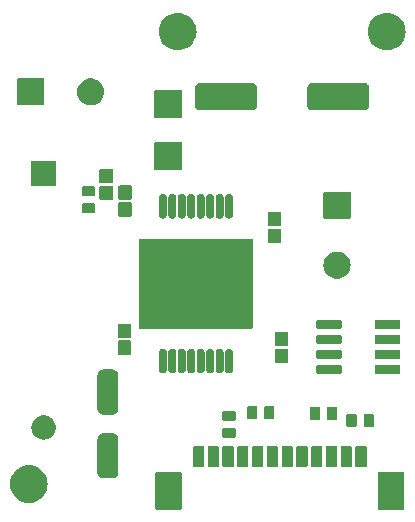
<source format=gts>
G04 #@! TF.GenerationSoftware,KiCad,Pcbnew,7.0.10*
G04 #@! TF.CreationDate,2024-11-08T17:23:18-05:00*
G04 #@! TF.ProjectId,Novel Mechanism 2 Board,4e6f7665-6c20-44d6-9563-68616e69736d,rev?*
G04 #@! TF.SameCoordinates,Original*
G04 #@! TF.FileFunction,Soldermask,Top*
G04 #@! TF.FilePolarity,Negative*
%FSLAX46Y46*%
G04 Gerber Fmt 4.6, Leading zero omitted, Abs format (unit mm)*
G04 Created by KiCad (PCBNEW 7.0.10) date 2024-11-08 17:23:18*
%MOMM*%
%LPD*%
G01*
G04 APERTURE LIST*
G04 APERTURE END LIST*
G36*
X135954160Y-85979600D02*
G01*
X135978882Y-85996118D01*
X135995400Y-86020840D01*
X136001200Y-86050000D01*
X136001200Y-89050000D01*
X135995400Y-89079160D01*
X135978882Y-89103882D01*
X135954160Y-89120400D01*
X135925000Y-89126200D01*
X133825000Y-89126200D01*
X133795840Y-89120400D01*
X133771118Y-89103882D01*
X133754600Y-89079160D01*
X133748800Y-89050000D01*
X133748800Y-86050000D01*
X133754600Y-86020840D01*
X133771118Y-85996118D01*
X133795840Y-85979600D01*
X133825000Y-85973800D01*
X135925000Y-85973800D01*
X135954160Y-85979600D01*
G37*
G36*
X154804160Y-85979600D02*
G01*
X154828882Y-85996118D01*
X154845400Y-86020840D01*
X154851200Y-86050000D01*
X154851200Y-89050000D01*
X154845400Y-89079160D01*
X154828882Y-89103882D01*
X154804160Y-89120400D01*
X154775000Y-89126200D01*
X152675000Y-89126200D01*
X152645840Y-89120400D01*
X152621118Y-89103882D01*
X152604600Y-89079160D01*
X152598800Y-89050000D01*
X152598800Y-86050000D01*
X152604600Y-86020840D01*
X152621118Y-85996118D01*
X152645840Y-85979600D01*
X152675000Y-85973800D01*
X154775000Y-85973800D01*
X154804160Y-85979600D01*
G37*
G36*
X123300295Y-85369699D02*
G01*
X123544427Y-85428310D01*
X123776385Y-85524390D01*
X123990456Y-85655573D01*
X124181371Y-85818629D01*
X124344427Y-86009544D01*
X124475610Y-86223615D01*
X124571690Y-86455573D01*
X124630301Y-86699705D01*
X124650000Y-86950000D01*
X124630301Y-87200295D01*
X124571690Y-87444427D01*
X124475610Y-87676385D01*
X124344427Y-87890456D01*
X124181371Y-88081371D01*
X123990456Y-88244427D01*
X123776385Y-88375610D01*
X123544427Y-88471690D01*
X123300295Y-88530301D01*
X123050000Y-88550000D01*
X122799705Y-88530301D01*
X122555573Y-88471690D01*
X122323615Y-88375610D01*
X122109544Y-88244427D01*
X121918629Y-88081371D01*
X121755573Y-87890456D01*
X121624390Y-87676385D01*
X121528310Y-87444427D01*
X121469699Y-87200295D01*
X121450000Y-86950000D01*
X121469699Y-86699705D01*
X121528310Y-86455573D01*
X121624390Y-86223615D01*
X121755573Y-86009544D01*
X121918629Y-85818629D01*
X122109544Y-85655573D01*
X122323615Y-85524390D01*
X122555573Y-85428310D01*
X122799705Y-85369699D01*
X123050000Y-85350000D01*
X123300295Y-85369699D01*
G37*
G36*
X130250645Y-82676858D02*
G01*
X130257318Y-82679347D01*
X130262156Y-82679928D01*
X130319410Y-82702506D01*
X130383187Y-82726294D01*
X130387034Y-82729173D01*
X130388353Y-82729694D01*
X130436365Y-82766102D01*
X130496432Y-82811068D01*
X130541416Y-82871159D01*
X130577805Y-82919146D01*
X130578324Y-82920464D01*
X130581206Y-82924313D01*
X130605007Y-82988127D01*
X130627571Y-83045344D01*
X130628151Y-83050177D01*
X130630642Y-83056855D01*
X130642000Y-83162500D01*
X130642000Y-85992500D01*
X130630642Y-86098145D01*
X130628151Y-86104822D01*
X130627571Y-86109656D01*
X130605011Y-86166863D01*
X130581206Y-86230687D01*
X130578324Y-86234536D01*
X130577805Y-86235853D01*
X130541474Y-86283762D01*
X130496432Y-86343932D01*
X130436262Y-86388974D01*
X130388353Y-86425305D01*
X130387036Y-86425823D01*
X130383187Y-86428706D01*
X130319353Y-86452514D01*
X130262155Y-86475071D01*
X130257322Y-86475651D01*
X130250645Y-86478142D01*
X130145000Y-86489500D01*
X129355000Y-86489500D01*
X129249355Y-86478142D01*
X129242678Y-86475651D01*
X129237843Y-86475071D01*
X129180617Y-86452504D01*
X129116813Y-86428706D01*
X129112964Y-86425824D01*
X129111646Y-86425305D01*
X129063659Y-86388916D01*
X129003568Y-86343932D01*
X128958602Y-86283865D01*
X128922194Y-86235853D01*
X128921673Y-86234534D01*
X128918794Y-86230687D01*
X128895002Y-86166900D01*
X128872428Y-86109655D01*
X128871847Y-86104818D01*
X128869358Y-86098145D01*
X128858000Y-85992500D01*
X128858000Y-83162500D01*
X128869358Y-83056855D01*
X128871846Y-83050182D01*
X128872428Y-83045343D01*
X128895013Y-82988071D01*
X128918794Y-82924313D01*
X128921673Y-82920467D01*
X128922194Y-82919146D01*
X128958660Y-82871057D01*
X129003568Y-82811068D01*
X129063557Y-82766160D01*
X129111646Y-82729694D01*
X129112967Y-82729173D01*
X129116813Y-82726294D01*
X129180581Y-82702509D01*
X129237844Y-82679928D01*
X129242681Y-82679347D01*
X129249355Y-82676858D01*
X129355000Y-82665500D01*
X130145000Y-82665500D01*
X130250645Y-82676858D01*
G37*
G36*
X137854160Y-83779600D02*
G01*
X137878882Y-83796118D01*
X137895400Y-83820840D01*
X137901200Y-83850000D01*
X137901200Y-85450000D01*
X137895400Y-85479160D01*
X137878882Y-85503882D01*
X137854160Y-85520400D01*
X137825000Y-85526200D01*
X137025000Y-85526200D01*
X136995840Y-85520400D01*
X136971118Y-85503882D01*
X136954600Y-85479160D01*
X136948800Y-85450000D01*
X136948800Y-83850000D01*
X136954600Y-83820840D01*
X136971118Y-83796118D01*
X136995840Y-83779600D01*
X137025000Y-83773800D01*
X137825000Y-83773800D01*
X137854160Y-83779600D01*
G37*
G36*
X139104160Y-83779600D02*
G01*
X139128882Y-83796118D01*
X139145400Y-83820840D01*
X139151200Y-83850000D01*
X139151200Y-85450000D01*
X139145400Y-85479160D01*
X139128882Y-85503882D01*
X139104160Y-85520400D01*
X139075000Y-85526200D01*
X138275000Y-85526200D01*
X138245840Y-85520400D01*
X138221118Y-85503882D01*
X138204600Y-85479160D01*
X138198800Y-85450000D01*
X138198800Y-83850000D01*
X138204600Y-83820840D01*
X138221118Y-83796118D01*
X138245840Y-83779600D01*
X138275000Y-83773800D01*
X139075000Y-83773800D01*
X139104160Y-83779600D01*
G37*
G36*
X140354160Y-83779600D02*
G01*
X140378882Y-83796118D01*
X140395400Y-83820840D01*
X140401200Y-83850000D01*
X140401200Y-85450000D01*
X140395400Y-85479160D01*
X140378882Y-85503882D01*
X140354160Y-85520400D01*
X140325000Y-85526200D01*
X139525000Y-85526200D01*
X139495840Y-85520400D01*
X139471118Y-85503882D01*
X139454600Y-85479160D01*
X139448800Y-85450000D01*
X139448800Y-83850000D01*
X139454600Y-83820840D01*
X139471118Y-83796118D01*
X139495840Y-83779600D01*
X139525000Y-83773800D01*
X140325000Y-83773800D01*
X140354160Y-83779600D01*
G37*
G36*
X141604160Y-83779600D02*
G01*
X141628882Y-83796118D01*
X141645400Y-83820840D01*
X141651200Y-83850000D01*
X141651200Y-85450000D01*
X141645400Y-85479160D01*
X141628882Y-85503882D01*
X141604160Y-85520400D01*
X141575000Y-85526200D01*
X140775000Y-85526200D01*
X140745840Y-85520400D01*
X140721118Y-85503882D01*
X140704600Y-85479160D01*
X140698800Y-85450000D01*
X140698800Y-83850000D01*
X140704600Y-83820840D01*
X140721118Y-83796118D01*
X140745840Y-83779600D01*
X140775000Y-83773800D01*
X141575000Y-83773800D01*
X141604160Y-83779600D01*
G37*
G36*
X142854160Y-83779600D02*
G01*
X142878882Y-83796118D01*
X142895400Y-83820840D01*
X142901200Y-83850000D01*
X142901200Y-85450000D01*
X142895400Y-85479160D01*
X142878882Y-85503882D01*
X142854160Y-85520400D01*
X142825000Y-85526200D01*
X142025000Y-85526200D01*
X141995840Y-85520400D01*
X141971118Y-85503882D01*
X141954600Y-85479160D01*
X141948800Y-85450000D01*
X141948800Y-83850000D01*
X141954600Y-83820840D01*
X141971118Y-83796118D01*
X141995840Y-83779600D01*
X142025000Y-83773800D01*
X142825000Y-83773800D01*
X142854160Y-83779600D01*
G37*
G36*
X144104160Y-83779600D02*
G01*
X144128882Y-83796118D01*
X144145400Y-83820840D01*
X144151200Y-83850000D01*
X144151200Y-85450000D01*
X144145400Y-85479160D01*
X144128882Y-85503882D01*
X144104160Y-85520400D01*
X144075000Y-85526200D01*
X143275000Y-85526200D01*
X143245840Y-85520400D01*
X143221118Y-85503882D01*
X143204600Y-85479160D01*
X143198800Y-85450000D01*
X143198800Y-83850000D01*
X143204600Y-83820840D01*
X143221118Y-83796118D01*
X143245840Y-83779600D01*
X143275000Y-83773800D01*
X144075000Y-83773800D01*
X144104160Y-83779600D01*
G37*
G36*
X145354160Y-83779600D02*
G01*
X145378882Y-83796118D01*
X145395400Y-83820840D01*
X145401200Y-83850000D01*
X145401200Y-85450000D01*
X145395400Y-85479160D01*
X145378882Y-85503882D01*
X145354160Y-85520400D01*
X145325000Y-85526200D01*
X144525000Y-85526200D01*
X144495840Y-85520400D01*
X144471118Y-85503882D01*
X144454600Y-85479160D01*
X144448800Y-85450000D01*
X144448800Y-83850000D01*
X144454600Y-83820840D01*
X144471118Y-83796118D01*
X144495840Y-83779600D01*
X144525000Y-83773800D01*
X145325000Y-83773800D01*
X145354160Y-83779600D01*
G37*
G36*
X146604160Y-83779600D02*
G01*
X146628882Y-83796118D01*
X146645400Y-83820840D01*
X146651200Y-83850000D01*
X146651200Y-85450000D01*
X146645400Y-85479160D01*
X146628882Y-85503882D01*
X146604160Y-85520400D01*
X146575000Y-85526200D01*
X145775000Y-85526200D01*
X145745840Y-85520400D01*
X145721118Y-85503882D01*
X145704600Y-85479160D01*
X145698800Y-85450000D01*
X145698800Y-83850000D01*
X145704600Y-83820840D01*
X145721118Y-83796118D01*
X145745840Y-83779600D01*
X145775000Y-83773800D01*
X146575000Y-83773800D01*
X146604160Y-83779600D01*
G37*
G36*
X147854160Y-83779600D02*
G01*
X147878882Y-83796118D01*
X147895400Y-83820840D01*
X147901200Y-83850000D01*
X147901200Y-85450000D01*
X147895400Y-85479160D01*
X147878882Y-85503882D01*
X147854160Y-85520400D01*
X147825000Y-85526200D01*
X147025000Y-85526200D01*
X146995840Y-85520400D01*
X146971118Y-85503882D01*
X146954600Y-85479160D01*
X146948800Y-85450000D01*
X146948800Y-83850000D01*
X146954600Y-83820840D01*
X146971118Y-83796118D01*
X146995840Y-83779600D01*
X147025000Y-83773800D01*
X147825000Y-83773800D01*
X147854160Y-83779600D01*
G37*
G36*
X149104160Y-83779600D02*
G01*
X149128882Y-83796118D01*
X149145400Y-83820840D01*
X149151200Y-83850000D01*
X149151200Y-85450000D01*
X149145400Y-85479160D01*
X149128882Y-85503882D01*
X149104160Y-85520400D01*
X149075000Y-85526200D01*
X148275000Y-85526200D01*
X148245840Y-85520400D01*
X148221118Y-85503882D01*
X148204600Y-85479160D01*
X148198800Y-85450000D01*
X148198800Y-83850000D01*
X148204600Y-83820840D01*
X148221118Y-83796118D01*
X148245840Y-83779600D01*
X148275000Y-83773800D01*
X149075000Y-83773800D01*
X149104160Y-83779600D01*
G37*
G36*
X150354160Y-83779600D02*
G01*
X150378882Y-83796118D01*
X150395400Y-83820840D01*
X150401200Y-83850000D01*
X150401200Y-85450000D01*
X150395400Y-85479160D01*
X150378882Y-85503882D01*
X150354160Y-85520400D01*
X150325000Y-85526200D01*
X149525000Y-85526200D01*
X149495840Y-85520400D01*
X149471118Y-85503882D01*
X149454600Y-85479160D01*
X149448800Y-85450000D01*
X149448800Y-83850000D01*
X149454600Y-83820840D01*
X149471118Y-83796118D01*
X149495840Y-83779600D01*
X149525000Y-83773800D01*
X150325000Y-83773800D01*
X150354160Y-83779600D01*
G37*
G36*
X151604160Y-83779600D02*
G01*
X151628882Y-83796118D01*
X151645400Y-83820840D01*
X151651200Y-83850000D01*
X151651200Y-85450000D01*
X151645400Y-85479160D01*
X151628882Y-85503882D01*
X151604160Y-85520400D01*
X151575000Y-85526200D01*
X150775000Y-85526200D01*
X150745840Y-85520400D01*
X150721118Y-85503882D01*
X150704600Y-85479160D01*
X150698800Y-85450000D01*
X150698800Y-83850000D01*
X150704600Y-83820840D01*
X150721118Y-83796118D01*
X150745840Y-83779600D01*
X150775000Y-83773800D01*
X151575000Y-83773800D01*
X151604160Y-83779600D01*
G37*
G36*
X124346725Y-81146452D02*
G01*
X124394895Y-81146452D01*
X124448539Y-81156479D01*
X124500689Y-81161616D01*
X124540305Y-81173633D01*
X124581457Y-81181326D01*
X124638455Y-81203406D01*
X124693666Y-81220155D01*
X124725209Y-81237015D01*
X124758438Y-81249888D01*
X124816168Y-81285633D01*
X124871515Y-81315217D01*
X124894773Y-81334304D01*
X124919799Y-81349800D01*
X124975253Y-81400352D01*
X125027401Y-81443149D01*
X125042851Y-81461976D01*
X125060061Y-81477664D01*
X125110018Y-81543818D01*
X125155333Y-81599035D01*
X125164096Y-81615430D01*
X125174435Y-81629121D01*
X125215573Y-81711736D01*
X125250395Y-81776884D01*
X125254108Y-81789124D01*
X125259035Y-81799019D01*
X125288137Y-81901304D01*
X125308934Y-81969861D01*
X125309617Y-81976797D01*
X125310973Y-81981563D01*
X125325066Y-82133660D01*
X125328700Y-82170550D01*
X125325066Y-82207442D01*
X125310973Y-82359536D01*
X125309617Y-82364300D01*
X125308934Y-82371239D01*
X125288133Y-82439810D01*
X125259035Y-82542080D01*
X125254108Y-82551972D01*
X125250395Y-82564216D01*
X125215565Y-82629376D01*
X125174435Y-82711978D01*
X125164098Y-82725665D01*
X125155333Y-82742065D01*
X125110008Y-82797292D01*
X125060061Y-82863435D01*
X125042855Y-82879119D01*
X125027401Y-82897951D01*
X124975242Y-82940756D01*
X124919799Y-82991299D01*
X124894778Y-83006791D01*
X124871515Y-83025883D01*
X124816156Y-83055472D01*
X124758438Y-83091211D01*
X124725216Y-83104080D01*
X124693666Y-83120945D01*
X124638443Y-83137696D01*
X124581457Y-83159773D01*
X124540312Y-83167464D01*
X124500689Y-83179484D01*
X124448536Y-83184620D01*
X124394895Y-83194648D01*
X124346725Y-83194648D01*
X124300000Y-83199250D01*
X124253275Y-83194648D01*
X124205105Y-83194648D01*
X124151463Y-83184620D01*
X124099311Y-83179484D01*
X124059688Y-83167464D01*
X124018542Y-83159773D01*
X123961552Y-83137695D01*
X123906334Y-83120945D01*
X123874785Y-83104082D01*
X123841561Y-83091211D01*
X123783835Y-83055468D01*
X123728485Y-83025883D01*
X123705224Y-83006794D01*
X123680200Y-82991299D01*
X123624747Y-82940748D01*
X123572599Y-82897951D01*
X123557147Y-82879123D01*
X123539938Y-82863435D01*
X123489978Y-82797277D01*
X123444667Y-82742065D01*
X123435903Y-82725670D01*
X123425564Y-82711978D01*
X123384419Y-82629349D01*
X123349605Y-82564216D01*
X123345892Y-82551977D01*
X123340964Y-82542080D01*
X123311850Y-82439757D01*
X123291066Y-82371239D01*
X123290383Y-82364305D01*
X123289026Y-82359536D01*
X123274916Y-82207270D01*
X123271300Y-82170550D01*
X123274916Y-82133832D01*
X123289026Y-81981563D01*
X123290383Y-81976792D01*
X123291066Y-81969861D01*
X123311846Y-81901357D01*
X123340964Y-81799019D01*
X123345893Y-81789119D01*
X123349605Y-81776884D01*
X123384412Y-81711764D01*
X123425564Y-81629121D01*
X123435905Y-81615426D01*
X123444667Y-81599035D01*
X123489969Y-81543833D01*
X123539938Y-81477664D01*
X123557151Y-81461972D01*
X123572599Y-81443149D01*
X123624736Y-81400360D01*
X123680200Y-81349800D01*
X123705229Y-81334301D01*
X123728485Y-81315217D01*
X123783824Y-81285637D01*
X123841561Y-81249888D01*
X123874792Y-81237014D01*
X123906334Y-81220155D01*
X123961540Y-81203408D01*
X124018542Y-81181326D01*
X124059695Y-81173633D01*
X124099311Y-81161616D01*
X124151459Y-81156479D01*
X124205105Y-81146452D01*
X124253275Y-81146452D01*
X124300000Y-81141850D01*
X124346725Y-81146452D01*
G37*
G36*
X140489034Y-82205764D02*
G01*
X140522125Y-82227875D01*
X140544236Y-82260966D01*
X140552000Y-82300000D01*
X140552000Y-82950000D01*
X140544236Y-82989034D01*
X140522125Y-83022125D01*
X140489034Y-83044236D01*
X140450000Y-83052000D01*
X139550000Y-83052000D01*
X139510966Y-83044236D01*
X139477875Y-83022125D01*
X139455764Y-82989034D01*
X139448000Y-82950000D01*
X139448000Y-82300000D01*
X139455764Y-82260966D01*
X139477875Y-82227875D01*
X139510966Y-82205764D01*
X139550000Y-82198000D01*
X140450000Y-82198000D01*
X140489034Y-82205764D01*
G37*
G36*
X150739034Y-81055764D02*
G01*
X150772125Y-81077875D01*
X150794236Y-81110966D01*
X150802000Y-81150000D01*
X150802000Y-82050000D01*
X150794236Y-82089034D01*
X150772125Y-82122125D01*
X150739034Y-82144236D01*
X150700000Y-82152000D01*
X150050000Y-82152000D01*
X150010966Y-82144236D01*
X149977875Y-82122125D01*
X149955764Y-82089034D01*
X149948000Y-82050000D01*
X149948000Y-81150000D01*
X149955764Y-81110966D01*
X149977875Y-81077875D01*
X150010966Y-81055764D01*
X150050000Y-81048000D01*
X150700000Y-81048000D01*
X150739034Y-81055764D01*
G37*
G36*
X152189034Y-81055764D02*
G01*
X152222125Y-81077875D01*
X152244236Y-81110966D01*
X152252000Y-81150000D01*
X152252000Y-82050000D01*
X152244236Y-82089034D01*
X152222125Y-82122125D01*
X152189034Y-82144236D01*
X152150000Y-82152000D01*
X151500000Y-82152000D01*
X151460966Y-82144236D01*
X151427875Y-82122125D01*
X151405764Y-82089034D01*
X151398000Y-82050000D01*
X151398000Y-81150000D01*
X151405764Y-81110966D01*
X151427875Y-81077875D01*
X151460966Y-81055764D01*
X151500000Y-81048000D01*
X152150000Y-81048000D01*
X152189034Y-81055764D01*
G37*
G36*
X140489034Y-80755764D02*
G01*
X140522125Y-80777875D01*
X140544236Y-80810966D01*
X140552000Y-80850000D01*
X140552000Y-81500000D01*
X140544236Y-81539034D01*
X140522125Y-81572125D01*
X140489034Y-81594236D01*
X140450000Y-81602000D01*
X139550000Y-81602000D01*
X139510966Y-81594236D01*
X139477875Y-81572125D01*
X139455764Y-81539034D01*
X139448000Y-81500000D01*
X139448000Y-80850000D01*
X139455764Y-80810966D01*
X139477875Y-80777875D01*
X139510966Y-80755764D01*
X139550000Y-80748000D01*
X140450000Y-80748000D01*
X140489034Y-80755764D01*
G37*
G36*
X147639034Y-80455764D02*
G01*
X147672125Y-80477875D01*
X147694236Y-80510966D01*
X147702000Y-80550000D01*
X147702000Y-81450000D01*
X147694236Y-81489034D01*
X147672125Y-81522125D01*
X147639034Y-81544236D01*
X147600000Y-81552000D01*
X146950000Y-81552000D01*
X146910966Y-81544236D01*
X146877875Y-81522125D01*
X146855764Y-81489034D01*
X146848000Y-81450000D01*
X146848000Y-80550000D01*
X146855764Y-80510966D01*
X146877875Y-80477875D01*
X146910966Y-80455764D01*
X146950000Y-80448000D01*
X147600000Y-80448000D01*
X147639034Y-80455764D01*
G37*
G36*
X149089034Y-80455764D02*
G01*
X149122125Y-80477875D01*
X149144236Y-80510966D01*
X149152000Y-80550000D01*
X149152000Y-81450000D01*
X149144236Y-81489034D01*
X149122125Y-81522125D01*
X149089034Y-81544236D01*
X149050000Y-81552000D01*
X148400000Y-81552000D01*
X148360966Y-81544236D01*
X148327875Y-81522125D01*
X148305764Y-81489034D01*
X148298000Y-81450000D01*
X148298000Y-80550000D01*
X148305764Y-80510966D01*
X148327875Y-80477875D01*
X148360966Y-80455764D01*
X148400000Y-80448000D01*
X149050000Y-80448000D01*
X149089034Y-80455764D01*
G37*
G36*
X142339034Y-80355764D02*
G01*
X142372125Y-80377875D01*
X142394236Y-80410966D01*
X142402000Y-80450000D01*
X142402000Y-81350000D01*
X142394236Y-81389034D01*
X142372125Y-81422125D01*
X142339034Y-81444236D01*
X142300000Y-81452000D01*
X141650000Y-81452000D01*
X141610966Y-81444236D01*
X141577875Y-81422125D01*
X141555764Y-81389034D01*
X141548000Y-81350000D01*
X141548000Y-80450000D01*
X141555764Y-80410966D01*
X141577875Y-80377875D01*
X141610966Y-80355764D01*
X141650000Y-80348000D01*
X142300000Y-80348000D01*
X142339034Y-80355764D01*
G37*
G36*
X143789034Y-80355764D02*
G01*
X143822125Y-80377875D01*
X143844236Y-80410966D01*
X143852000Y-80450000D01*
X143852000Y-81350000D01*
X143844236Y-81389034D01*
X143822125Y-81422125D01*
X143789034Y-81444236D01*
X143750000Y-81452000D01*
X143100000Y-81452000D01*
X143060966Y-81444236D01*
X143027875Y-81422125D01*
X143005764Y-81389034D01*
X142998000Y-81350000D01*
X142998000Y-80450000D01*
X143005764Y-80410966D01*
X143027875Y-80377875D01*
X143060966Y-80355764D01*
X143100000Y-80348000D01*
X143750000Y-80348000D01*
X143789034Y-80355764D01*
G37*
G36*
X130250645Y-77276858D02*
G01*
X130257318Y-77279347D01*
X130262156Y-77279928D01*
X130319410Y-77302506D01*
X130383187Y-77326294D01*
X130387034Y-77329173D01*
X130388353Y-77329694D01*
X130436365Y-77366102D01*
X130496432Y-77411068D01*
X130541416Y-77471159D01*
X130577805Y-77519146D01*
X130578324Y-77520464D01*
X130581206Y-77524313D01*
X130605007Y-77588127D01*
X130627571Y-77645344D01*
X130628151Y-77650177D01*
X130630642Y-77656855D01*
X130642000Y-77762500D01*
X130642000Y-80592500D01*
X130630642Y-80698145D01*
X130628151Y-80704822D01*
X130627571Y-80709656D01*
X130605011Y-80766863D01*
X130581206Y-80830687D01*
X130578324Y-80834536D01*
X130577805Y-80835853D01*
X130541474Y-80883762D01*
X130496432Y-80943932D01*
X130436262Y-80988974D01*
X130388353Y-81025305D01*
X130387036Y-81025823D01*
X130383187Y-81028706D01*
X130319353Y-81052514D01*
X130262155Y-81075071D01*
X130257322Y-81075651D01*
X130250645Y-81078142D01*
X130145000Y-81089500D01*
X129355000Y-81089500D01*
X129249355Y-81078142D01*
X129242678Y-81075651D01*
X129237843Y-81075071D01*
X129180617Y-81052504D01*
X129116813Y-81028706D01*
X129112964Y-81025824D01*
X129111646Y-81025305D01*
X129063659Y-80988916D01*
X129003568Y-80943932D01*
X128958602Y-80883865D01*
X128922194Y-80835853D01*
X128921673Y-80834534D01*
X128918794Y-80830687D01*
X128895002Y-80766900D01*
X128872428Y-80709655D01*
X128871847Y-80704818D01*
X128869358Y-80698145D01*
X128858000Y-80592500D01*
X128858000Y-77762500D01*
X128869358Y-77656855D01*
X128871846Y-77650182D01*
X128872428Y-77645343D01*
X128895013Y-77588071D01*
X128918794Y-77524313D01*
X128921673Y-77520467D01*
X128922194Y-77519146D01*
X128958660Y-77471057D01*
X129003568Y-77411068D01*
X129063557Y-77366160D01*
X129111646Y-77329694D01*
X129112967Y-77329173D01*
X129116813Y-77326294D01*
X129180581Y-77302509D01*
X129237844Y-77279928D01*
X129242681Y-77279347D01*
X129249355Y-77276858D01*
X129355000Y-77265500D01*
X130145000Y-77265500D01*
X130250645Y-77276858D01*
G37*
G36*
X149457735Y-76866473D02*
G01*
X149515158Y-76904842D01*
X149553527Y-76962265D01*
X149567000Y-77030000D01*
X149567000Y-77480000D01*
X149553527Y-77547735D01*
X149515158Y-77605158D01*
X149457735Y-77643527D01*
X149390000Y-77657000D01*
X147570000Y-77657000D01*
X147502265Y-77643527D01*
X147444842Y-77605158D01*
X147406473Y-77547735D01*
X147393000Y-77480000D01*
X147393000Y-77030000D01*
X147406473Y-76962265D01*
X147444842Y-76904842D01*
X147502265Y-76866473D01*
X147570000Y-76853000D01*
X149390000Y-76853000D01*
X149457735Y-76866473D01*
G37*
G36*
X154397735Y-76866473D02*
G01*
X154455158Y-76904842D01*
X154493527Y-76962265D01*
X154507000Y-77030000D01*
X154507000Y-77480000D01*
X154493527Y-77547735D01*
X154455158Y-77605158D01*
X154397735Y-77643527D01*
X154330000Y-77657000D01*
X152510000Y-77657000D01*
X152442265Y-77643527D01*
X152384842Y-77605158D01*
X152346473Y-77547735D01*
X152333000Y-77480000D01*
X152333000Y-77030000D01*
X152346473Y-76962265D01*
X152384842Y-76904842D01*
X152442265Y-76866473D01*
X152510000Y-76853000D01*
X154330000Y-76853000D01*
X154397735Y-76866473D01*
G37*
G36*
X134428803Y-75508984D02*
G01*
X134459249Y-75508984D01*
X134482706Y-75517521D01*
X134505241Y-75521091D01*
X134537067Y-75537307D01*
X134570600Y-75549512D01*
X134585408Y-75561938D01*
X134600185Y-75569467D01*
X134630453Y-75599735D01*
X134661374Y-75625681D01*
X134668170Y-75637452D01*
X134675532Y-75644814D01*
X134698904Y-75690686D01*
X134720623Y-75728303D01*
X134721973Y-75735960D01*
X134723908Y-75739758D01*
X134735078Y-75810283D01*
X134741200Y-75845000D01*
X134741200Y-77265000D01*
X134735076Y-77299725D01*
X134723908Y-77370241D01*
X134721973Y-77374037D01*
X134720623Y-77381697D01*
X134698900Y-77419321D01*
X134675532Y-77465185D01*
X134668171Y-77472545D01*
X134661374Y-77484319D01*
X134630446Y-77510270D01*
X134600185Y-77540532D01*
X134585412Y-77548059D01*
X134570600Y-77560488D01*
X134537060Y-77572695D01*
X134505241Y-77588908D01*
X134482711Y-77592476D01*
X134459249Y-77601016D01*
X134428796Y-77601016D01*
X134400000Y-77605577D01*
X134371204Y-77601016D01*
X134340751Y-77601016D01*
X134317288Y-77592476D01*
X134294758Y-77588908D01*
X134262935Y-77572693D01*
X134229400Y-77560488D01*
X134214589Y-77548060D01*
X134199814Y-77540532D01*
X134169546Y-77510264D01*
X134138626Y-77484319D01*
X134131829Y-77472547D01*
X134124467Y-77465185D01*
X134101090Y-77419306D01*
X134079377Y-77381697D01*
X134078026Y-77374040D01*
X134076091Y-77370241D01*
X134064919Y-77299705D01*
X134058800Y-77265000D01*
X134058800Y-75845000D01*
X134064918Y-75810302D01*
X134076091Y-75739758D01*
X134078027Y-75735957D01*
X134079377Y-75728303D01*
X134101086Y-75690700D01*
X134124467Y-75644814D01*
X134131831Y-75637449D01*
X134138626Y-75625681D01*
X134169540Y-75599740D01*
X134199814Y-75569467D01*
X134214592Y-75561937D01*
X134229400Y-75549512D01*
X134262928Y-75537308D01*
X134294758Y-75521091D01*
X134317293Y-75517521D01*
X134340751Y-75508984D01*
X134371197Y-75508984D01*
X134400000Y-75504422D01*
X134428803Y-75508984D01*
G37*
G36*
X135228803Y-75508984D02*
G01*
X135259249Y-75508984D01*
X135282706Y-75517521D01*
X135305241Y-75521091D01*
X135337067Y-75537307D01*
X135370600Y-75549512D01*
X135385408Y-75561938D01*
X135400185Y-75569467D01*
X135430453Y-75599735D01*
X135461374Y-75625681D01*
X135468170Y-75637452D01*
X135475532Y-75644814D01*
X135498904Y-75690686D01*
X135520623Y-75728303D01*
X135521973Y-75735960D01*
X135523908Y-75739758D01*
X135535078Y-75810283D01*
X135541200Y-75845000D01*
X135541200Y-77265000D01*
X135535076Y-77299725D01*
X135523908Y-77370241D01*
X135521973Y-77374037D01*
X135520623Y-77381697D01*
X135498900Y-77419321D01*
X135475532Y-77465185D01*
X135468171Y-77472545D01*
X135461374Y-77484319D01*
X135430446Y-77510270D01*
X135400185Y-77540532D01*
X135385412Y-77548059D01*
X135370600Y-77560488D01*
X135337060Y-77572695D01*
X135305241Y-77588908D01*
X135282711Y-77592476D01*
X135259249Y-77601016D01*
X135228796Y-77601016D01*
X135200000Y-77605577D01*
X135171204Y-77601016D01*
X135140751Y-77601016D01*
X135117288Y-77592476D01*
X135094758Y-77588908D01*
X135062935Y-77572693D01*
X135029400Y-77560488D01*
X135014589Y-77548060D01*
X134999814Y-77540532D01*
X134969546Y-77510264D01*
X134938626Y-77484319D01*
X134931829Y-77472547D01*
X134924467Y-77465185D01*
X134901090Y-77419306D01*
X134879377Y-77381697D01*
X134878026Y-77374040D01*
X134876091Y-77370241D01*
X134864919Y-77299705D01*
X134858800Y-77265000D01*
X134858800Y-75845000D01*
X134864918Y-75810302D01*
X134876091Y-75739758D01*
X134878027Y-75735957D01*
X134879377Y-75728303D01*
X134901086Y-75690700D01*
X134924467Y-75644814D01*
X134931831Y-75637449D01*
X134938626Y-75625681D01*
X134969540Y-75599740D01*
X134999814Y-75569467D01*
X135014592Y-75561937D01*
X135029400Y-75549512D01*
X135062928Y-75537308D01*
X135094758Y-75521091D01*
X135117293Y-75517521D01*
X135140751Y-75508984D01*
X135171197Y-75508984D01*
X135200000Y-75504422D01*
X135228803Y-75508984D01*
G37*
G36*
X136028803Y-75508984D02*
G01*
X136059249Y-75508984D01*
X136082706Y-75517521D01*
X136105241Y-75521091D01*
X136137067Y-75537307D01*
X136170600Y-75549512D01*
X136185408Y-75561938D01*
X136200185Y-75569467D01*
X136230453Y-75599735D01*
X136261374Y-75625681D01*
X136268170Y-75637452D01*
X136275532Y-75644814D01*
X136298904Y-75690686D01*
X136320623Y-75728303D01*
X136321973Y-75735960D01*
X136323908Y-75739758D01*
X136335078Y-75810283D01*
X136341200Y-75845000D01*
X136341200Y-77265000D01*
X136335076Y-77299725D01*
X136323908Y-77370241D01*
X136321973Y-77374037D01*
X136320623Y-77381697D01*
X136298900Y-77419321D01*
X136275532Y-77465185D01*
X136268171Y-77472545D01*
X136261374Y-77484319D01*
X136230446Y-77510270D01*
X136200185Y-77540532D01*
X136185412Y-77548059D01*
X136170600Y-77560488D01*
X136137060Y-77572695D01*
X136105241Y-77588908D01*
X136082711Y-77592476D01*
X136059249Y-77601016D01*
X136028796Y-77601016D01*
X136000000Y-77605577D01*
X135971204Y-77601016D01*
X135940751Y-77601016D01*
X135917288Y-77592476D01*
X135894758Y-77588908D01*
X135862935Y-77572693D01*
X135829400Y-77560488D01*
X135814589Y-77548060D01*
X135799814Y-77540532D01*
X135769546Y-77510264D01*
X135738626Y-77484319D01*
X135731829Y-77472547D01*
X135724467Y-77465185D01*
X135701090Y-77419306D01*
X135679377Y-77381697D01*
X135678026Y-77374040D01*
X135676091Y-77370241D01*
X135664919Y-77299705D01*
X135658800Y-77265000D01*
X135658800Y-75845000D01*
X135664918Y-75810302D01*
X135676091Y-75739758D01*
X135678027Y-75735957D01*
X135679377Y-75728303D01*
X135701086Y-75690700D01*
X135724467Y-75644814D01*
X135731831Y-75637449D01*
X135738626Y-75625681D01*
X135769540Y-75599740D01*
X135799814Y-75569467D01*
X135814592Y-75561937D01*
X135829400Y-75549512D01*
X135862928Y-75537308D01*
X135894758Y-75521091D01*
X135917293Y-75517521D01*
X135940751Y-75508984D01*
X135971197Y-75508984D01*
X136000000Y-75504422D01*
X136028803Y-75508984D01*
G37*
G36*
X136828803Y-75508984D02*
G01*
X136859249Y-75508984D01*
X136882706Y-75517521D01*
X136905241Y-75521091D01*
X136937067Y-75537307D01*
X136970600Y-75549512D01*
X136985408Y-75561938D01*
X137000185Y-75569467D01*
X137030453Y-75599735D01*
X137061374Y-75625681D01*
X137068170Y-75637452D01*
X137075532Y-75644814D01*
X137098904Y-75690686D01*
X137120623Y-75728303D01*
X137121973Y-75735960D01*
X137123908Y-75739758D01*
X137135078Y-75810283D01*
X137141200Y-75845000D01*
X137141200Y-77265000D01*
X137135076Y-77299725D01*
X137123908Y-77370241D01*
X137121973Y-77374037D01*
X137120623Y-77381697D01*
X137098900Y-77419321D01*
X137075532Y-77465185D01*
X137068171Y-77472545D01*
X137061374Y-77484319D01*
X137030446Y-77510270D01*
X137000185Y-77540532D01*
X136985412Y-77548059D01*
X136970600Y-77560488D01*
X136937060Y-77572695D01*
X136905241Y-77588908D01*
X136882711Y-77592476D01*
X136859249Y-77601016D01*
X136828796Y-77601016D01*
X136800000Y-77605577D01*
X136771204Y-77601016D01*
X136740751Y-77601016D01*
X136717288Y-77592476D01*
X136694758Y-77588908D01*
X136662935Y-77572693D01*
X136629400Y-77560488D01*
X136614589Y-77548060D01*
X136599814Y-77540532D01*
X136569546Y-77510264D01*
X136538626Y-77484319D01*
X136531829Y-77472547D01*
X136524467Y-77465185D01*
X136501090Y-77419306D01*
X136479377Y-77381697D01*
X136478026Y-77374040D01*
X136476091Y-77370241D01*
X136464919Y-77299705D01*
X136458800Y-77265000D01*
X136458800Y-75845000D01*
X136464918Y-75810302D01*
X136476091Y-75739758D01*
X136478027Y-75735957D01*
X136479377Y-75728303D01*
X136501086Y-75690700D01*
X136524467Y-75644814D01*
X136531831Y-75637449D01*
X136538626Y-75625681D01*
X136569540Y-75599740D01*
X136599814Y-75569467D01*
X136614592Y-75561937D01*
X136629400Y-75549512D01*
X136662928Y-75537308D01*
X136694758Y-75521091D01*
X136717293Y-75517521D01*
X136740751Y-75508984D01*
X136771197Y-75508984D01*
X136800000Y-75504422D01*
X136828803Y-75508984D01*
G37*
G36*
X137628803Y-75508984D02*
G01*
X137659249Y-75508984D01*
X137682706Y-75517521D01*
X137705241Y-75521091D01*
X137737067Y-75537307D01*
X137770600Y-75549512D01*
X137785408Y-75561938D01*
X137800185Y-75569467D01*
X137830453Y-75599735D01*
X137861374Y-75625681D01*
X137868170Y-75637452D01*
X137875532Y-75644814D01*
X137898904Y-75690686D01*
X137920623Y-75728303D01*
X137921973Y-75735960D01*
X137923908Y-75739758D01*
X137935078Y-75810283D01*
X137941200Y-75845000D01*
X137941200Y-77265000D01*
X137935076Y-77299725D01*
X137923908Y-77370241D01*
X137921973Y-77374037D01*
X137920623Y-77381697D01*
X137898900Y-77419321D01*
X137875532Y-77465185D01*
X137868171Y-77472545D01*
X137861374Y-77484319D01*
X137830446Y-77510270D01*
X137800185Y-77540532D01*
X137785412Y-77548059D01*
X137770600Y-77560488D01*
X137737060Y-77572695D01*
X137705241Y-77588908D01*
X137682711Y-77592476D01*
X137659249Y-77601016D01*
X137628796Y-77601016D01*
X137600000Y-77605577D01*
X137571204Y-77601016D01*
X137540751Y-77601016D01*
X137517288Y-77592476D01*
X137494758Y-77588908D01*
X137462935Y-77572693D01*
X137429400Y-77560488D01*
X137414589Y-77548060D01*
X137399814Y-77540532D01*
X137369546Y-77510264D01*
X137338626Y-77484319D01*
X137331829Y-77472547D01*
X137324467Y-77465185D01*
X137301090Y-77419306D01*
X137279377Y-77381697D01*
X137278026Y-77374040D01*
X137276091Y-77370241D01*
X137264919Y-77299705D01*
X137258800Y-77265000D01*
X137258800Y-75845000D01*
X137264918Y-75810302D01*
X137276091Y-75739758D01*
X137278027Y-75735957D01*
X137279377Y-75728303D01*
X137301086Y-75690700D01*
X137324467Y-75644814D01*
X137331831Y-75637449D01*
X137338626Y-75625681D01*
X137369540Y-75599740D01*
X137399814Y-75569467D01*
X137414592Y-75561937D01*
X137429400Y-75549512D01*
X137462928Y-75537308D01*
X137494758Y-75521091D01*
X137517293Y-75517521D01*
X137540751Y-75508984D01*
X137571197Y-75508984D01*
X137600000Y-75504422D01*
X137628803Y-75508984D01*
G37*
G36*
X138428803Y-75508984D02*
G01*
X138459249Y-75508984D01*
X138482706Y-75517521D01*
X138505241Y-75521091D01*
X138537067Y-75537307D01*
X138570600Y-75549512D01*
X138585408Y-75561938D01*
X138600185Y-75569467D01*
X138630453Y-75599735D01*
X138661374Y-75625681D01*
X138668170Y-75637452D01*
X138675532Y-75644814D01*
X138698904Y-75690686D01*
X138720623Y-75728303D01*
X138721973Y-75735960D01*
X138723908Y-75739758D01*
X138735078Y-75810283D01*
X138741200Y-75845000D01*
X138741200Y-77265000D01*
X138735076Y-77299725D01*
X138723908Y-77370241D01*
X138721973Y-77374037D01*
X138720623Y-77381697D01*
X138698900Y-77419321D01*
X138675532Y-77465185D01*
X138668171Y-77472545D01*
X138661374Y-77484319D01*
X138630446Y-77510270D01*
X138600185Y-77540532D01*
X138585412Y-77548059D01*
X138570600Y-77560488D01*
X138537060Y-77572695D01*
X138505241Y-77588908D01*
X138482711Y-77592476D01*
X138459249Y-77601016D01*
X138428796Y-77601016D01*
X138400000Y-77605577D01*
X138371204Y-77601016D01*
X138340751Y-77601016D01*
X138317288Y-77592476D01*
X138294758Y-77588908D01*
X138262935Y-77572693D01*
X138229400Y-77560488D01*
X138214589Y-77548060D01*
X138199814Y-77540532D01*
X138169546Y-77510264D01*
X138138626Y-77484319D01*
X138131829Y-77472547D01*
X138124467Y-77465185D01*
X138101090Y-77419306D01*
X138079377Y-77381697D01*
X138078026Y-77374040D01*
X138076091Y-77370241D01*
X138064919Y-77299705D01*
X138058800Y-77265000D01*
X138058800Y-75845000D01*
X138064918Y-75810302D01*
X138076091Y-75739758D01*
X138078027Y-75735957D01*
X138079377Y-75728303D01*
X138101086Y-75690700D01*
X138124467Y-75644814D01*
X138131831Y-75637449D01*
X138138626Y-75625681D01*
X138169540Y-75599740D01*
X138199814Y-75569467D01*
X138214592Y-75561937D01*
X138229400Y-75549512D01*
X138262928Y-75537308D01*
X138294758Y-75521091D01*
X138317293Y-75517521D01*
X138340751Y-75508984D01*
X138371197Y-75508984D01*
X138400000Y-75504422D01*
X138428803Y-75508984D01*
G37*
G36*
X139228803Y-75508984D02*
G01*
X139259249Y-75508984D01*
X139282706Y-75517521D01*
X139305241Y-75521091D01*
X139337067Y-75537307D01*
X139370600Y-75549512D01*
X139385408Y-75561938D01*
X139400185Y-75569467D01*
X139430453Y-75599735D01*
X139461374Y-75625681D01*
X139468170Y-75637452D01*
X139475532Y-75644814D01*
X139498904Y-75690686D01*
X139520623Y-75728303D01*
X139521973Y-75735960D01*
X139523908Y-75739758D01*
X139535078Y-75810283D01*
X139541200Y-75845000D01*
X139541200Y-77265000D01*
X139535076Y-77299725D01*
X139523908Y-77370241D01*
X139521973Y-77374037D01*
X139520623Y-77381697D01*
X139498900Y-77419321D01*
X139475532Y-77465185D01*
X139468171Y-77472545D01*
X139461374Y-77484319D01*
X139430446Y-77510270D01*
X139400185Y-77540532D01*
X139385412Y-77548059D01*
X139370600Y-77560488D01*
X139337060Y-77572695D01*
X139305241Y-77588908D01*
X139282711Y-77592476D01*
X139259249Y-77601016D01*
X139228796Y-77601016D01*
X139200000Y-77605577D01*
X139171204Y-77601016D01*
X139140751Y-77601016D01*
X139117288Y-77592476D01*
X139094758Y-77588908D01*
X139062935Y-77572693D01*
X139029400Y-77560488D01*
X139014589Y-77548060D01*
X138999814Y-77540532D01*
X138969546Y-77510264D01*
X138938626Y-77484319D01*
X138931829Y-77472547D01*
X138924467Y-77465185D01*
X138901090Y-77419306D01*
X138879377Y-77381697D01*
X138878026Y-77374040D01*
X138876091Y-77370241D01*
X138864919Y-77299705D01*
X138858800Y-77265000D01*
X138858800Y-75845000D01*
X138864918Y-75810302D01*
X138876091Y-75739758D01*
X138878027Y-75735957D01*
X138879377Y-75728303D01*
X138901086Y-75690700D01*
X138924467Y-75644814D01*
X138931831Y-75637449D01*
X138938626Y-75625681D01*
X138969540Y-75599740D01*
X138999814Y-75569467D01*
X139014592Y-75561937D01*
X139029400Y-75549512D01*
X139062928Y-75537308D01*
X139094758Y-75521091D01*
X139117293Y-75517521D01*
X139140751Y-75508984D01*
X139171197Y-75508984D01*
X139200000Y-75504422D01*
X139228803Y-75508984D01*
G37*
G36*
X140028803Y-75508984D02*
G01*
X140059249Y-75508984D01*
X140082706Y-75517521D01*
X140105241Y-75521091D01*
X140137067Y-75537307D01*
X140170600Y-75549512D01*
X140185408Y-75561938D01*
X140200185Y-75569467D01*
X140230453Y-75599735D01*
X140261374Y-75625681D01*
X140268170Y-75637452D01*
X140275532Y-75644814D01*
X140298904Y-75690686D01*
X140320623Y-75728303D01*
X140321973Y-75735960D01*
X140323908Y-75739758D01*
X140335078Y-75810283D01*
X140341200Y-75845000D01*
X140341200Y-77265000D01*
X140335076Y-77299725D01*
X140323908Y-77370241D01*
X140321973Y-77374037D01*
X140320623Y-77381697D01*
X140298900Y-77419321D01*
X140275532Y-77465185D01*
X140268171Y-77472545D01*
X140261374Y-77484319D01*
X140230446Y-77510270D01*
X140200185Y-77540532D01*
X140185412Y-77548059D01*
X140170600Y-77560488D01*
X140137060Y-77572695D01*
X140105241Y-77588908D01*
X140082711Y-77592476D01*
X140059249Y-77601016D01*
X140028796Y-77601016D01*
X140000000Y-77605577D01*
X139971204Y-77601016D01*
X139940751Y-77601016D01*
X139917288Y-77592476D01*
X139894758Y-77588908D01*
X139862935Y-77572693D01*
X139829400Y-77560488D01*
X139814589Y-77548060D01*
X139799814Y-77540532D01*
X139769546Y-77510264D01*
X139738626Y-77484319D01*
X139731829Y-77472547D01*
X139724467Y-77465185D01*
X139701090Y-77419306D01*
X139679377Y-77381697D01*
X139678026Y-77374040D01*
X139676091Y-77370241D01*
X139664919Y-77299705D01*
X139658800Y-77265000D01*
X139658800Y-75845000D01*
X139664918Y-75810302D01*
X139676091Y-75739758D01*
X139678027Y-75735957D01*
X139679377Y-75728303D01*
X139701086Y-75690700D01*
X139724467Y-75644814D01*
X139731831Y-75637449D01*
X139738626Y-75625681D01*
X139769540Y-75599740D01*
X139799814Y-75569467D01*
X139814592Y-75561937D01*
X139829400Y-75549512D01*
X139862928Y-75537308D01*
X139894758Y-75521091D01*
X139917293Y-75517521D01*
X139940751Y-75508984D01*
X139971197Y-75508984D01*
X140000000Y-75504422D01*
X140028803Y-75508984D01*
G37*
G36*
X144954034Y-75518764D02*
G01*
X144987125Y-75540875D01*
X145009236Y-75573966D01*
X145017000Y-75613000D01*
X145017000Y-76623000D01*
X145009236Y-76662034D01*
X144987125Y-76695125D01*
X144954034Y-76717236D01*
X144915000Y-76725000D01*
X143985000Y-76725000D01*
X143945966Y-76717236D01*
X143912875Y-76695125D01*
X143890764Y-76662034D01*
X143883000Y-76623000D01*
X143883000Y-75613000D01*
X143890764Y-75573966D01*
X143912875Y-75540875D01*
X143945966Y-75518764D01*
X143985000Y-75511000D01*
X144915000Y-75511000D01*
X144954034Y-75518764D01*
G37*
G36*
X149457735Y-75596473D02*
G01*
X149515158Y-75634842D01*
X149553527Y-75692265D01*
X149567000Y-75760000D01*
X149567000Y-76210000D01*
X149553527Y-76277735D01*
X149515158Y-76335158D01*
X149457735Y-76373527D01*
X149390000Y-76387000D01*
X147570000Y-76387000D01*
X147502265Y-76373527D01*
X147444842Y-76335158D01*
X147406473Y-76277735D01*
X147393000Y-76210000D01*
X147393000Y-75760000D01*
X147406473Y-75692265D01*
X147444842Y-75634842D01*
X147502265Y-75596473D01*
X147570000Y-75583000D01*
X149390000Y-75583000D01*
X149457735Y-75596473D01*
G37*
G36*
X154397735Y-75596473D02*
G01*
X154455158Y-75634842D01*
X154493527Y-75692265D01*
X154507000Y-75760000D01*
X154507000Y-76210000D01*
X154493527Y-76277735D01*
X154455158Y-76335158D01*
X154397735Y-76373527D01*
X154330000Y-76387000D01*
X152510000Y-76387000D01*
X152442265Y-76373527D01*
X152384842Y-76335158D01*
X152346473Y-76277735D01*
X152333000Y-76210000D01*
X152333000Y-75760000D01*
X152346473Y-75692265D01*
X152384842Y-75634842D01*
X152442265Y-75596473D01*
X152510000Y-75583000D01*
X154330000Y-75583000D01*
X154397735Y-75596473D01*
G37*
G36*
X131654034Y-74800764D02*
G01*
X131687125Y-74822875D01*
X131709236Y-74855966D01*
X131717000Y-74895000D01*
X131717000Y-75905000D01*
X131709236Y-75944034D01*
X131687125Y-75977125D01*
X131654034Y-75999236D01*
X131615000Y-76007000D01*
X130685000Y-76007000D01*
X130645966Y-75999236D01*
X130612875Y-75977125D01*
X130590764Y-75944034D01*
X130583000Y-75905000D01*
X130583000Y-74895000D01*
X130590764Y-74855966D01*
X130612875Y-74822875D01*
X130645966Y-74800764D01*
X130685000Y-74793000D01*
X131615000Y-74793000D01*
X131654034Y-74800764D01*
G37*
G36*
X144954034Y-74100764D02*
G01*
X144987125Y-74122875D01*
X145009236Y-74155966D01*
X145017000Y-74195000D01*
X145017000Y-75205000D01*
X145009236Y-75244034D01*
X144987125Y-75277125D01*
X144954034Y-75299236D01*
X144915000Y-75307000D01*
X143985000Y-75307000D01*
X143945966Y-75299236D01*
X143912875Y-75277125D01*
X143890764Y-75244034D01*
X143883000Y-75205000D01*
X143883000Y-74195000D01*
X143890764Y-74155966D01*
X143912875Y-74122875D01*
X143945966Y-74100764D01*
X143985000Y-74093000D01*
X144915000Y-74093000D01*
X144954034Y-74100764D01*
G37*
G36*
X149457735Y-74326473D02*
G01*
X149515158Y-74364842D01*
X149553527Y-74422265D01*
X149567000Y-74490000D01*
X149567000Y-74940000D01*
X149553527Y-75007735D01*
X149515158Y-75065158D01*
X149457735Y-75103527D01*
X149390000Y-75117000D01*
X147570000Y-75117000D01*
X147502265Y-75103527D01*
X147444842Y-75065158D01*
X147406473Y-75007735D01*
X147393000Y-74940000D01*
X147393000Y-74490000D01*
X147406473Y-74422265D01*
X147444842Y-74364842D01*
X147502265Y-74326473D01*
X147570000Y-74313000D01*
X149390000Y-74313000D01*
X149457735Y-74326473D01*
G37*
G36*
X154397735Y-74326473D02*
G01*
X154455158Y-74364842D01*
X154493527Y-74422265D01*
X154507000Y-74490000D01*
X154507000Y-74940000D01*
X154493527Y-75007735D01*
X154455158Y-75065158D01*
X154397735Y-75103527D01*
X154330000Y-75117000D01*
X152510000Y-75117000D01*
X152442265Y-75103527D01*
X152384842Y-75065158D01*
X152346473Y-75007735D01*
X152333000Y-74940000D01*
X152333000Y-74490000D01*
X152346473Y-74422265D01*
X152384842Y-74364842D01*
X152442265Y-74326473D01*
X152510000Y-74313000D01*
X154330000Y-74313000D01*
X154397735Y-74326473D01*
G37*
G36*
X131654034Y-73382764D02*
G01*
X131687125Y-73404875D01*
X131709236Y-73437966D01*
X131717000Y-73477000D01*
X131717000Y-74487000D01*
X131709236Y-74526034D01*
X131687125Y-74559125D01*
X131654034Y-74581236D01*
X131615000Y-74589000D01*
X130685000Y-74589000D01*
X130645966Y-74581236D01*
X130612875Y-74559125D01*
X130590764Y-74526034D01*
X130583000Y-74487000D01*
X130583000Y-73477000D01*
X130590764Y-73437966D01*
X130612875Y-73404875D01*
X130645966Y-73382764D01*
X130685000Y-73375000D01*
X131615000Y-73375000D01*
X131654034Y-73382764D01*
G37*
G36*
X149457735Y-73056473D02*
G01*
X149515158Y-73094842D01*
X149553527Y-73152265D01*
X149567000Y-73220000D01*
X149567000Y-73670000D01*
X149553527Y-73737735D01*
X149515158Y-73795158D01*
X149457735Y-73833527D01*
X149390000Y-73847000D01*
X147570000Y-73847000D01*
X147502265Y-73833527D01*
X147444842Y-73795158D01*
X147406473Y-73737735D01*
X147393000Y-73670000D01*
X147393000Y-73220000D01*
X147406473Y-73152265D01*
X147444842Y-73094842D01*
X147502265Y-73056473D01*
X147570000Y-73043000D01*
X149390000Y-73043000D01*
X149457735Y-73056473D01*
G37*
G36*
X154397735Y-73056473D02*
G01*
X154455158Y-73094842D01*
X154493527Y-73152265D01*
X154507000Y-73220000D01*
X154507000Y-73670000D01*
X154493527Y-73737735D01*
X154455158Y-73795158D01*
X154397735Y-73833527D01*
X154330000Y-73847000D01*
X152510000Y-73847000D01*
X152442265Y-73833527D01*
X152384842Y-73795158D01*
X152346473Y-73737735D01*
X152333000Y-73670000D01*
X152333000Y-73220000D01*
X152346473Y-73152265D01*
X152384842Y-73094842D01*
X152442265Y-73056473D01*
X152510000Y-73043000D01*
X154330000Y-73043000D01*
X154397735Y-73056473D01*
G37*
G36*
X141989034Y-66205764D02*
G01*
X142022125Y-66227875D01*
X142044236Y-66260966D01*
X142052000Y-66300000D01*
X142052000Y-73700000D01*
X142044236Y-73739034D01*
X142022125Y-73772125D01*
X141989034Y-73794236D01*
X141950000Y-73802000D01*
X132450000Y-73802000D01*
X132410966Y-73794236D01*
X132377875Y-73772125D01*
X132355764Y-73739034D01*
X132348000Y-73700000D01*
X132348000Y-66300000D01*
X132355764Y-66260966D01*
X132377875Y-66227875D01*
X132410966Y-66205764D01*
X132450000Y-66198000D01*
X141950000Y-66198000D01*
X141989034Y-66205764D01*
G37*
G36*
X149462760Y-67331977D02*
G01*
X149660991Y-67408772D01*
X149841735Y-67520684D01*
X149998838Y-67663903D01*
X150126950Y-67833550D01*
X150221708Y-68023850D01*
X150279885Y-68228321D01*
X150299500Y-68440000D01*
X150279885Y-68651679D01*
X150221708Y-68856150D01*
X150126950Y-69046450D01*
X149998838Y-69216097D01*
X149841735Y-69359316D01*
X149660991Y-69471228D01*
X149462760Y-69548023D01*
X149253793Y-69587086D01*
X149041207Y-69587086D01*
X148832240Y-69548023D01*
X148634009Y-69471228D01*
X148453265Y-69359316D01*
X148296162Y-69216097D01*
X148168050Y-69046450D01*
X148073292Y-68856150D01*
X148015115Y-68651679D01*
X147995500Y-68440000D01*
X148015115Y-68228321D01*
X148073292Y-68023850D01*
X148168050Y-67833550D01*
X148296162Y-67663903D01*
X148453265Y-67520684D01*
X148634009Y-67408772D01*
X148832240Y-67331977D01*
X149041207Y-67292914D01*
X149253793Y-67292914D01*
X149462760Y-67331977D01*
G37*
G36*
X144354034Y-65359764D02*
G01*
X144387125Y-65381875D01*
X144409236Y-65414966D01*
X144417000Y-65454000D01*
X144417000Y-66464000D01*
X144409236Y-66503034D01*
X144387125Y-66536125D01*
X144354034Y-66558236D01*
X144315000Y-66566000D01*
X143385000Y-66566000D01*
X143345966Y-66558236D01*
X143312875Y-66536125D01*
X143290764Y-66503034D01*
X143283000Y-66464000D01*
X143283000Y-65454000D01*
X143290764Y-65414966D01*
X143312875Y-65381875D01*
X143345966Y-65359764D01*
X143385000Y-65352000D01*
X144315000Y-65352000D01*
X144354034Y-65359764D01*
G37*
G36*
X144354034Y-63941764D02*
G01*
X144387125Y-63963875D01*
X144409236Y-63996966D01*
X144417000Y-64036000D01*
X144417000Y-65046000D01*
X144409236Y-65085034D01*
X144387125Y-65118125D01*
X144354034Y-65140236D01*
X144315000Y-65148000D01*
X143385000Y-65148000D01*
X143345966Y-65140236D01*
X143312875Y-65118125D01*
X143290764Y-65085034D01*
X143283000Y-65046000D01*
X143283000Y-64036000D01*
X143290764Y-63996966D01*
X143312875Y-63963875D01*
X143345966Y-63941764D01*
X143385000Y-63934000D01*
X144315000Y-63934000D01*
X144354034Y-63941764D01*
G37*
G36*
X150236534Y-62215764D02*
G01*
X150269625Y-62237875D01*
X150291736Y-62270966D01*
X150299500Y-62310000D01*
X150299500Y-64410000D01*
X150291736Y-64449034D01*
X150269625Y-64482125D01*
X150236534Y-64504236D01*
X150197500Y-64512000D01*
X148097500Y-64512000D01*
X148058466Y-64504236D01*
X148025375Y-64482125D01*
X148003264Y-64449034D01*
X147995500Y-64410000D01*
X147995500Y-62310000D01*
X148003264Y-62270966D01*
X148025375Y-62237875D01*
X148058466Y-62215764D01*
X148097500Y-62208000D01*
X150197500Y-62208000D01*
X150236534Y-62215764D01*
G37*
G36*
X134428803Y-62398984D02*
G01*
X134459249Y-62398984D01*
X134482706Y-62407521D01*
X134505241Y-62411091D01*
X134537067Y-62427307D01*
X134570600Y-62439512D01*
X134585408Y-62451938D01*
X134600185Y-62459467D01*
X134630453Y-62489735D01*
X134661374Y-62515681D01*
X134668170Y-62527452D01*
X134675532Y-62534814D01*
X134698904Y-62580686D01*
X134720623Y-62618303D01*
X134721973Y-62625960D01*
X134723908Y-62629758D01*
X134735078Y-62700283D01*
X134741200Y-62735000D01*
X134741200Y-64155000D01*
X134735076Y-64189725D01*
X134723908Y-64260241D01*
X134721973Y-64264037D01*
X134720623Y-64271697D01*
X134698900Y-64309321D01*
X134675532Y-64355185D01*
X134668171Y-64362545D01*
X134661374Y-64374319D01*
X134630446Y-64400270D01*
X134600185Y-64430532D01*
X134585412Y-64438059D01*
X134570600Y-64450488D01*
X134537060Y-64462695D01*
X134505241Y-64478908D01*
X134482711Y-64482476D01*
X134459249Y-64491016D01*
X134428796Y-64491016D01*
X134400000Y-64495577D01*
X134371204Y-64491016D01*
X134340751Y-64491016D01*
X134317288Y-64482476D01*
X134294758Y-64478908D01*
X134262935Y-64462693D01*
X134229400Y-64450488D01*
X134214589Y-64438060D01*
X134199814Y-64430532D01*
X134169546Y-64400264D01*
X134138626Y-64374319D01*
X134131829Y-64362547D01*
X134124467Y-64355185D01*
X134101090Y-64309306D01*
X134079377Y-64271697D01*
X134078026Y-64264040D01*
X134076091Y-64260241D01*
X134064919Y-64189705D01*
X134058800Y-64155000D01*
X134058800Y-62735000D01*
X134064918Y-62700302D01*
X134076091Y-62629758D01*
X134078027Y-62625957D01*
X134079377Y-62618303D01*
X134101086Y-62580700D01*
X134124467Y-62534814D01*
X134131831Y-62527449D01*
X134138626Y-62515681D01*
X134169540Y-62489740D01*
X134199814Y-62459467D01*
X134214592Y-62451937D01*
X134229400Y-62439512D01*
X134262928Y-62427308D01*
X134294758Y-62411091D01*
X134317293Y-62407521D01*
X134340751Y-62398984D01*
X134371197Y-62398984D01*
X134400000Y-62394422D01*
X134428803Y-62398984D01*
G37*
G36*
X135228803Y-62398984D02*
G01*
X135259249Y-62398984D01*
X135282706Y-62407521D01*
X135305241Y-62411091D01*
X135337067Y-62427307D01*
X135370600Y-62439512D01*
X135385408Y-62451938D01*
X135400185Y-62459467D01*
X135430453Y-62489735D01*
X135461374Y-62515681D01*
X135468170Y-62527452D01*
X135475532Y-62534814D01*
X135498904Y-62580686D01*
X135520623Y-62618303D01*
X135521973Y-62625960D01*
X135523908Y-62629758D01*
X135535078Y-62700283D01*
X135541200Y-62735000D01*
X135541200Y-64155000D01*
X135535076Y-64189725D01*
X135523908Y-64260241D01*
X135521973Y-64264037D01*
X135520623Y-64271697D01*
X135498900Y-64309321D01*
X135475532Y-64355185D01*
X135468171Y-64362545D01*
X135461374Y-64374319D01*
X135430446Y-64400270D01*
X135400185Y-64430532D01*
X135385412Y-64438059D01*
X135370600Y-64450488D01*
X135337060Y-64462695D01*
X135305241Y-64478908D01*
X135282711Y-64482476D01*
X135259249Y-64491016D01*
X135228796Y-64491016D01*
X135200000Y-64495577D01*
X135171204Y-64491016D01*
X135140751Y-64491016D01*
X135117288Y-64482476D01*
X135094758Y-64478908D01*
X135062935Y-64462693D01*
X135029400Y-64450488D01*
X135014589Y-64438060D01*
X134999814Y-64430532D01*
X134969546Y-64400264D01*
X134938626Y-64374319D01*
X134931829Y-64362547D01*
X134924467Y-64355185D01*
X134901090Y-64309306D01*
X134879377Y-64271697D01*
X134878026Y-64264040D01*
X134876091Y-64260241D01*
X134864919Y-64189705D01*
X134858800Y-64155000D01*
X134858800Y-62735000D01*
X134864918Y-62700302D01*
X134876091Y-62629758D01*
X134878027Y-62625957D01*
X134879377Y-62618303D01*
X134901086Y-62580700D01*
X134924467Y-62534814D01*
X134931831Y-62527449D01*
X134938626Y-62515681D01*
X134969540Y-62489740D01*
X134999814Y-62459467D01*
X135014592Y-62451937D01*
X135029400Y-62439512D01*
X135062928Y-62427308D01*
X135094758Y-62411091D01*
X135117293Y-62407521D01*
X135140751Y-62398984D01*
X135171197Y-62398984D01*
X135200000Y-62394422D01*
X135228803Y-62398984D01*
G37*
G36*
X136028803Y-62398984D02*
G01*
X136059249Y-62398984D01*
X136082706Y-62407521D01*
X136105241Y-62411091D01*
X136137067Y-62427307D01*
X136170600Y-62439512D01*
X136185408Y-62451938D01*
X136200185Y-62459467D01*
X136230453Y-62489735D01*
X136261374Y-62515681D01*
X136268170Y-62527452D01*
X136275532Y-62534814D01*
X136298904Y-62580686D01*
X136320623Y-62618303D01*
X136321973Y-62625960D01*
X136323908Y-62629758D01*
X136335078Y-62700283D01*
X136341200Y-62735000D01*
X136341200Y-64155000D01*
X136335076Y-64189725D01*
X136323908Y-64260241D01*
X136321973Y-64264037D01*
X136320623Y-64271697D01*
X136298900Y-64309321D01*
X136275532Y-64355185D01*
X136268171Y-64362545D01*
X136261374Y-64374319D01*
X136230446Y-64400270D01*
X136200185Y-64430532D01*
X136185412Y-64438059D01*
X136170600Y-64450488D01*
X136137060Y-64462695D01*
X136105241Y-64478908D01*
X136082711Y-64482476D01*
X136059249Y-64491016D01*
X136028796Y-64491016D01*
X136000000Y-64495577D01*
X135971204Y-64491016D01*
X135940751Y-64491016D01*
X135917288Y-64482476D01*
X135894758Y-64478908D01*
X135862935Y-64462693D01*
X135829400Y-64450488D01*
X135814589Y-64438060D01*
X135799814Y-64430532D01*
X135769546Y-64400264D01*
X135738626Y-64374319D01*
X135731829Y-64362547D01*
X135724467Y-64355185D01*
X135701090Y-64309306D01*
X135679377Y-64271697D01*
X135678026Y-64264040D01*
X135676091Y-64260241D01*
X135664919Y-64189705D01*
X135658800Y-64155000D01*
X135658800Y-62735000D01*
X135664918Y-62700302D01*
X135676091Y-62629758D01*
X135678027Y-62625957D01*
X135679377Y-62618303D01*
X135701086Y-62580700D01*
X135724467Y-62534814D01*
X135731831Y-62527449D01*
X135738626Y-62515681D01*
X135769540Y-62489740D01*
X135799814Y-62459467D01*
X135814592Y-62451937D01*
X135829400Y-62439512D01*
X135862928Y-62427308D01*
X135894758Y-62411091D01*
X135917293Y-62407521D01*
X135940751Y-62398984D01*
X135971197Y-62398984D01*
X136000000Y-62394422D01*
X136028803Y-62398984D01*
G37*
G36*
X136828803Y-62398984D02*
G01*
X136859249Y-62398984D01*
X136882706Y-62407521D01*
X136905241Y-62411091D01*
X136937067Y-62427307D01*
X136970600Y-62439512D01*
X136985408Y-62451938D01*
X137000185Y-62459467D01*
X137030453Y-62489735D01*
X137061374Y-62515681D01*
X137068170Y-62527452D01*
X137075532Y-62534814D01*
X137098904Y-62580686D01*
X137120623Y-62618303D01*
X137121973Y-62625960D01*
X137123908Y-62629758D01*
X137135078Y-62700283D01*
X137141200Y-62735000D01*
X137141200Y-64155000D01*
X137135076Y-64189725D01*
X137123908Y-64260241D01*
X137121973Y-64264037D01*
X137120623Y-64271697D01*
X137098900Y-64309321D01*
X137075532Y-64355185D01*
X137068171Y-64362545D01*
X137061374Y-64374319D01*
X137030446Y-64400270D01*
X137000185Y-64430532D01*
X136985412Y-64438059D01*
X136970600Y-64450488D01*
X136937060Y-64462695D01*
X136905241Y-64478908D01*
X136882711Y-64482476D01*
X136859249Y-64491016D01*
X136828796Y-64491016D01*
X136800000Y-64495577D01*
X136771204Y-64491016D01*
X136740751Y-64491016D01*
X136717288Y-64482476D01*
X136694758Y-64478908D01*
X136662935Y-64462693D01*
X136629400Y-64450488D01*
X136614589Y-64438060D01*
X136599814Y-64430532D01*
X136569546Y-64400264D01*
X136538626Y-64374319D01*
X136531829Y-64362547D01*
X136524467Y-64355185D01*
X136501090Y-64309306D01*
X136479377Y-64271697D01*
X136478026Y-64264040D01*
X136476091Y-64260241D01*
X136464919Y-64189705D01*
X136458800Y-64155000D01*
X136458800Y-62735000D01*
X136464918Y-62700302D01*
X136476091Y-62629758D01*
X136478027Y-62625957D01*
X136479377Y-62618303D01*
X136501086Y-62580700D01*
X136524467Y-62534814D01*
X136531831Y-62527449D01*
X136538626Y-62515681D01*
X136569540Y-62489740D01*
X136599814Y-62459467D01*
X136614592Y-62451937D01*
X136629400Y-62439512D01*
X136662928Y-62427308D01*
X136694758Y-62411091D01*
X136717293Y-62407521D01*
X136740751Y-62398984D01*
X136771197Y-62398984D01*
X136800000Y-62394422D01*
X136828803Y-62398984D01*
G37*
G36*
X137628803Y-62398984D02*
G01*
X137659249Y-62398984D01*
X137682706Y-62407521D01*
X137705241Y-62411091D01*
X137737067Y-62427307D01*
X137770600Y-62439512D01*
X137785408Y-62451938D01*
X137800185Y-62459467D01*
X137830453Y-62489735D01*
X137861374Y-62515681D01*
X137868170Y-62527452D01*
X137875532Y-62534814D01*
X137898904Y-62580686D01*
X137920623Y-62618303D01*
X137921973Y-62625960D01*
X137923908Y-62629758D01*
X137935078Y-62700283D01*
X137941200Y-62735000D01*
X137941200Y-64155000D01*
X137935076Y-64189725D01*
X137923908Y-64260241D01*
X137921973Y-64264037D01*
X137920623Y-64271697D01*
X137898900Y-64309321D01*
X137875532Y-64355185D01*
X137868171Y-64362545D01*
X137861374Y-64374319D01*
X137830446Y-64400270D01*
X137800185Y-64430532D01*
X137785412Y-64438059D01*
X137770600Y-64450488D01*
X137737060Y-64462695D01*
X137705241Y-64478908D01*
X137682711Y-64482476D01*
X137659249Y-64491016D01*
X137628796Y-64491016D01*
X137600000Y-64495577D01*
X137571204Y-64491016D01*
X137540751Y-64491016D01*
X137517288Y-64482476D01*
X137494758Y-64478908D01*
X137462935Y-64462693D01*
X137429400Y-64450488D01*
X137414589Y-64438060D01*
X137399814Y-64430532D01*
X137369546Y-64400264D01*
X137338626Y-64374319D01*
X137331829Y-64362547D01*
X137324467Y-64355185D01*
X137301090Y-64309306D01*
X137279377Y-64271697D01*
X137278026Y-64264040D01*
X137276091Y-64260241D01*
X137264919Y-64189705D01*
X137258800Y-64155000D01*
X137258800Y-62735000D01*
X137264918Y-62700302D01*
X137276091Y-62629758D01*
X137278027Y-62625957D01*
X137279377Y-62618303D01*
X137301086Y-62580700D01*
X137324467Y-62534814D01*
X137331831Y-62527449D01*
X137338626Y-62515681D01*
X137369540Y-62489740D01*
X137399814Y-62459467D01*
X137414592Y-62451937D01*
X137429400Y-62439512D01*
X137462928Y-62427308D01*
X137494758Y-62411091D01*
X137517293Y-62407521D01*
X137540751Y-62398984D01*
X137571197Y-62398984D01*
X137600000Y-62394422D01*
X137628803Y-62398984D01*
G37*
G36*
X138428803Y-62398984D02*
G01*
X138459249Y-62398984D01*
X138482706Y-62407521D01*
X138505241Y-62411091D01*
X138537067Y-62427307D01*
X138570600Y-62439512D01*
X138585408Y-62451938D01*
X138600185Y-62459467D01*
X138630453Y-62489735D01*
X138661374Y-62515681D01*
X138668170Y-62527452D01*
X138675532Y-62534814D01*
X138698904Y-62580686D01*
X138720623Y-62618303D01*
X138721973Y-62625960D01*
X138723908Y-62629758D01*
X138735078Y-62700283D01*
X138741200Y-62735000D01*
X138741200Y-64155000D01*
X138735076Y-64189725D01*
X138723908Y-64260241D01*
X138721973Y-64264037D01*
X138720623Y-64271697D01*
X138698900Y-64309321D01*
X138675532Y-64355185D01*
X138668171Y-64362545D01*
X138661374Y-64374319D01*
X138630446Y-64400270D01*
X138600185Y-64430532D01*
X138585412Y-64438059D01*
X138570600Y-64450488D01*
X138537060Y-64462695D01*
X138505241Y-64478908D01*
X138482711Y-64482476D01*
X138459249Y-64491016D01*
X138428796Y-64491016D01*
X138400000Y-64495577D01*
X138371204Y-64491016D01*
X138340751Y-64491016D01*
X138317288Y-64482476D01*
X138294758Y-64478908D01*
X138262935Y-64462693D01*
X138229400Y-64450488D01*
X138214589Y-64438060D01*
X138199814Y-64430532D01*
X138169546Y-64400264D01*
X138138626Y-64374319D01*
X138131829Y-64362547D01*
X138124467Y-64355185D01*
X138101090Y-64309306D01*
X138079377Y-64271697D01*
X138078026Y-64264040D01*
X138076091Y-64260241D01*
X138064919Y-64189705D01*
X138058800Y-64155000D01*
X138058800Y-62735000D01*
X138064918Y-62700302D01*
X138076091Y-62629758D01*
X138078027Y-62625957D01*
X138079377Y-62618303D01*
X138101086Y-62580700D01*
X138124467Y-62534814D01*
X138131831Y-62527449D01*
X138138626Y-62515681D01*
X138169540Y-62489740D01*
X138199814Y-62459467D01*
X138214592Y-62451937D01*
X138229400Y-62439512D01*
X138262928Y-62427308D01*
X138294758Y-62411091D01*
X138317293Y-62407521D01*
X138340751Y-62398984D01*
X138371197Y-62398984D01*
X138400000Y-62394422D01*
X138428803Y-62398984D01*
G37*
G36*
X139228803Y-62398984D02*
G01*
X139259249Y-62398984D01*
X139282706Y-62407521D01*
X139305241Y-62411091D01*
X139337067Y-62427307D01*
X139370600Y-62439512D01*
X139385408Y-62451938D01*
X139400185Y-62459467D01*
X139430453Y-62489735D01*
X139461374Y-62515681D01*
X139468170Y-62527452D01*
X139475532Y-62534814D01*
X139498904Y-62580686D01*
X139520623Y-62618303D01*
X139521973Y-62625960D01*
X139523908Y-62629758D01*
X139535078Y-62700283D01*
X139541200Y-62735000D01*
X139541200Y-64155000D01*
X139535076Y-64189725D01*
X139523908Y-64260241D01*
X139521973Y-64264037D01*
X139520623Y-64271697D01*
X139498900Y-64309321D01*
X139475532Y-64355185D01*
X139468171Y-64362545D01*
X139461374Y-64374319D01*
X139430446Y-64400270D01*
X139400185Y-64430532D01*
X139385412Y-64438059D01*
X139370600Y-64450488D01*
X139337060Y-64462695D01*
X139305241Y-64478908D01*
X139282711Y-64482476D01*
X139259249Y-64491016D01*
X139228796Y-64491016D01*
X139200000Y-64495577D01*
X139171204Y-64491016D01*
X139140751Y-64491016D01*
X139117288Y-64482476D01*
X139094758Y-64478908D01*
X139062935Y-64462693D01*
X139029400Y-64450488D01*
X139014589Y-64438060D01*
X138999814Y-64430532D01*
X138969546Y-64400264D01*
X138938626Y-64374319D01*
X138931829Y-64362547D01*
X138924467Y-64355185D01*
X138901090Y-64309306D01*
X138879377Y-64271697D01*
X138878026Y-64264040D01*
X138876091Y-64260241D01*
X138864919Y-64189705D01*
X138858800Y-64155000D01*
X138858800Y-62735000D01*
X138864918Y-62700302D01*
X138876091Y-62629758D01*
X138878027Y-62625957D01*
X138879377Y-62618303D01*
X138901086Y-62580700D01*
X138924467Y-62534814D01*
X138931831Y-62527449D01*
X138938626Y-62515681D01*
X138969540Y-62489740D01*
X138999814Y-62459467D01*
X139014592Y-62451937D01*
X139029400Y-62439512D01*
X139062928Y-62427308D01*
X139094758Y-62411091D01*
X139117293Y-62407521D01*
X139140751Y-62398984D01*
X139171197Y-62398984D01*
X139200000Y-62394422D01*
X139228803Y-62398984D01*
G37*
G36*
X140028803Y-62398984D02*
G01*
X140059249Y-62398984D01*
X140082706Y-62407521D01*
X140105241Y-62411091D01*
X140137067Y-62427307D01*
X140170600Y-62439512D01*
X140185408Y-62451938D01*
X140200185Y-62459467D01*
X140230453Y-62489735D01*
X140261374Y-62515681D01*
X140268170Y-62527452D01*
X140275532Y-62534814D01*
X140298904Y-62580686D01*
X140320623Y-62618303D01*
X140321973Y-62625960D01*
X140323908Y-62629758D01*
X140335078Y-62700283D01*
X140341200Y-62735000D01*
X140341200Y-64155000D01*
X140335076Y-64189725D01*
X140323908Y-64260241D01*
X140321973Y-64264037D01*
X140320623Y-64271697D01*
X140298900Y-64309321D01*
X140275532Y-64355185D01*
X140268171Y-64362545D01*
X140261374Y-64374319D01*
X140230446Y-64400270D01*
X140200185Y-64430532D01*
X140185412Y-64438059D01*
X140170600Y-64450488D01*
X140137060Y-64462695D01*
X140105241Y-64478908D01*
X140082711Y-64482476D01*
X140059249Y-64491016D01*
X140028796Y-64491016D01*
X140000000Y-64495577D01*
X139971204Y-64491016D01*
X139940751Y-64491016D01*
X139917288Y-64482476D01*
X139894758Y-64478908D01*
X139862935Y-64462693D01*
X139829400Y-64450488D01*
X139814589Y-64438060D01*
X139799814Y-64430532D01*
X139769546Y-64400264D01*
X139738626Y-64374319D01*
X139731829Y-64362547D01*
X139724467Y-64355185D01*
X139701090Y-64309306D01*
X139679377Y-64271697D01*
X139678026Y-64264040D01*
X139676091Y-64260241D01*
X139664919Y-64189705D01*
X139658800Y-64155000D01*
X139658800Y-62735000D01*
X139664918Y-62700302D01*
X139676091Y-62629758D01*
X139678027Y-62625957D01*
X139679377Y-62618303D01*
X139701086Y-62580700D01*
X139724467Y-62534814D01*
X139731831Y-62527449D01*
X139738626Y-62515681D01*
X139769540Y-62489740D01*
X139799814Y-62459467D01*
X139814592Y-62451937D01*
X139829400Y-62439512D01*
X139862928Y-62427308D01*
X139894758Y-62411091D01*
X139917293Y-62407521D01*
X139940751Y-62398984D01*
X139971197Y-62398984D01*
X140000000Y-62394422D01*
X140028803Y-62398984D01*
G37*
G36*
X131704034Y-63109764D02*
G01*
X131737125Y-63131875D01*
X131759236Y-63164966D01*
X131767000Y-63204000D01*
X131767000Y-64214000D01*
X131759236Y-64253034D01*
X131737125Y-64286125D01*
X131704034Y-64308236D01*
X131665000Y-64316000D01*
X130735000Y-64316000D01*
X130695966Y-64308236D01*
X130662875Y-64286125D01*
X130640764Y-64253034D01*
X130633000Y-64214000D01*
X130633000Y-63204000D01*
X130640764Y-63164966D01*
X130662875Y-63131875D01*
X130695966Y-63109764D01*
X130735000Y-63102000D01*
X131665000Y-63102000D01*
X131704034Y-63109764D01*
G37*
G36*
X128589034Y-63205764D02*
G01*
X128622125Y-63227875D01*
X128644236Y-63260966D01*
X128652000Y-63300000D01*
X128652000Y-63950000D01*
X128644236Y-63989034D01*
X128622125Y-64022125D01*
X128589034Y-64044236D01*
X128550000Y-64052000D01*
X127650000Y-64052000D01*
X127610966Y-64044236D01*
X127577875Y-64022125D01*
X127555764Y-63989034D01*
X127548000Y-63950000D01*
X127548000Y-63300000D01*
X127555764Y-63260966D01*
X127577875Y-63227875D01*
X127610966Y-63205764D01*
X127650000Y-63198000D01*
X128550000Y-63198000D01*
X128589034Y-63205764D01*
G37*
G36*
X130104034Y-61709764D02*
G01*
X130137125Y-61731875D01*
X130159236Y-61764966D01*
X130167000Y-61804000D01*
X130167000Y-62814000D01*
X130159236Y-62853034D01*
X130137125Y-62886125D01*
X130104034Y-62908236D01*
X130065000Y-62916000D01*
X129135000Y-62916000D01*
X129095966Y-62908236D01*
X129062875Y-62886125D01*
X129040764Y-62853034D01*
X129033000Y-62814000D01*
X129033000Y-61804000D01*
X129040764Y-61764966D01*
X129062875Y-61731875D01*
X129095966Y-61709764D01*
X129135000Y-61702000D01*
X130065000Y-61702000D01*
X130104034Y-61709764D01*
G37*
G36*
X131704034Y-61691764D02*
G01*
X131737125Y-61713875D01*
X131759236Y-61746966D01*
X131767000Y-61786000D01*
X131767000Y-62796000D01*
X131759236Y-62835034D01*
X131737125Y-62868125D01*
X131704034Y-62890236D01*
X131665000Y-62898000D01*
X130735000Y-62898000D01*
X130695966Y-62890236D01*
X130662875Y-62868125D01*
X130640764Y-62835034D01*
X130633000Y-62796000D01*
X130633000Y-61786000D01*
X130640764Y-61746966D01*
X130662875Y-61713875D01*
X130695966Y-61691764D01*
X130735000Y-61684000D01*
X131665000Y-61684000D01*
X131704034Y-61691764D01*
G37*
G36*
X128589034Y-61755764D02*
G01*
X128622125Y-61777875D01*
X128644236Y-61810966D01*
X128652000Y-61850000D01*
X128652000Y-62500000D01*
X128644236Y-62539034D01*
X128622125Y-62572125D01*
X128589034Y-62594236D01*
X128550000Y-62602000D01*
X127650000Y-62602000D01*
X127610966Y-62594236D01*
X127577875Y-62572125D01*
X127555764Y-62539034D01*
X127548000Y-62500000D01*
X127548000Y-61850000D01*
X127555764Y-61810966D01*
X127577875Y-61777875D01*
X127610966Y-61755764D01*
X127650000Y-61748000D01*
X128550000Y-61748000D01*
X128589034Y-61755764D01*
G37*
G36*
X125328700Y-61710850D02*
G01*
X123271300Y-61710850D01*
X123271300Y-59653450D01*
X125328700Y-59653450D01*
X125328700Y-61710850D01*
G37*
G36*
X130104034Y-60291764D02*
G01*
X130137125Y-60313875D01*
X130159236Y-60346966D01*
X130167000Y-60386000D01*
X130167000Y-61396000D01*
X130159236Y-61435034D01*
X130137125Y-61468125D01*
X130104034Y-61490236D01*
X130065000Y-61498000D01*
X129135000Y-61498000D01*
X129095966Y-61490236D01*
X129062875Y-61468125D01*
X129040764Y-61435034D01*
X129033000Y-61396000D01*
X129033000Y-60386000D01*
X129040764Y-60346966D01*
X129062875Y-60313875D01*
X129095966Y-60291764D01*
X129135000Y-60284000D01*
X130065000Y-60284000D01*
X130104034Y-60291764D01*
G37*
G36*
X135949034Y-58010764D02*
G01*
X135982125Y-58032875D01*
X136004236Y-58065966D01*
X136012000Y-58105000D01*
X136012000Y-60305000D01*
X136004236Y-60344034D01*
X135982125Y-60377125D01*
X135949034Y-60399236D01*
X135910000Y-60407000D01*
X133790000Y-60407000D01*
X133750966Y-60399236D01*
X133717875Y-60377125D01*
X133695764Y-60344034D01*
X133688000Y-60305000D01*
X133688000Y-58105000D01*
X133695764Y-58065966D01*
X133717875Y-58032875D01*
X133750966Y-58010764D01*
X133790000Y-58003000D01*
X135910000Y-58003000D01*
X135949034Y-58010764D01*
G37*
G36*
X135949034Y-53600764D02*
G01*
X135982125Y-53622875D01*
X136004236Y-53655966D01*
X136012000Y-53695000D01*
X136012000Y-55895000D01*
X136004236Y-55934034D01*
X135982125Y-55967125D01*
X135949034Y-55989236D01*
X135910000Y-55997000D01*
X133790000Y-55997000D01*
X133750966Y-55989236D01*
X133717875Y-55967125D01*
X133695764Y-55934034D01*
X133688000Y-55895000D01*
X133688000Y-53695000D01*
X133695764Y-53655966D01*
X133717875Y-53622875D01*
X133750966Y-53600764D01*
X133790000Y-53593000D01*
X135910000Y-53593000D01*
X135949034Y-53600764D01*
G37*
G36*
X142094718Y-53003257D02*
G01*
X142100621Y-53006143D01*
X142103216Y-53006554D01*
X142144735Y-53027709D01*
X142203255Y-53056318D01*
X142288682Y-53141745D01*
X142317295Y-53200273D01*
X142338444Y-53241780D01*
X142338854Y-53244374D01*
X142341743Y-53250282D01*
X142357000Y-53355000D01*
X142357000Y-54945000D01*
X142341743Y-55049718D01*
X142338855Y-55055624D01*
X142338445Y-55058216D01*
X142317314Y-55099686D01*
X142288682Y-55158255D01*
X142203255Y-55243682D01*
X142144701Y-55272307D01*
X142103219Y-55293444D01*
X142100626Y-55293854D01*
X142094718Y-55296743D01*
X141990000Y-55312000D01*
X137510000Y-55312000D01*
X137405282Y-55296743D01*
X137399375Y-55293855D01*
X137396783Y-55293445D01*
X137355288Y-55272302D01*
X137296745Y-55243682D01*
X137211318Y-55158255D01*
X137182716Y-55099750D01*
X137161555Y-55058219D01*
X137161143Y-55055623D01*
X137158257Y-55049718D01*
X137143000Y-54945000D01*
X137143000Y-53355000D01*
X137158257Y-53250282D01*
X137161142Y-53244378D01*
X137161554Y-53241783D01*
X137182721Y-53200240D01*
X137211318Y-53141745D01*
X137296745Y-53056318D01*
X137355225Y-53027728D01*
X137396780Y-53006555D01*
X137399377Y-53006143D01*
X137405282Y-53003257D01*
X137510000Y-52988000D01*
X141990000Y-52988000D01*
X142094718Y-53003257D01*
G37*
G36*
X151594718Y-53003257D02*
G01*
X151600621Y-53006143D01*
X151603216Y-53006554D01*
X151644735Y-53027709D01*
X151703255Y-53056318D01*
X151788682Y-53141745D01*
X151817295Y-53200273D01*
X151838444Y-53241780D01*
X151838854Y-53244374D01*
X151841743Y-53250282D01*
X151857000Y-53355000D01*
X151857000Y-54945000D01*
X151841743Y-55049718D01*
X151838855Y-55055624D01*
X151838445Y-55058216D01*
X151817314Y-55099686D01*
X151788682Y-55158255D01*
X151703255Y-55243682D01*
X151644701Y-55272307D01*
X151603219Y-55293444D01*
X151600626Y-55293854D01*
X151594718Y-55296743D01*
X151490000Y-55312000D01*
X147010000Y-55312000D01*
X146905282Y-55296743D01*
X146899375Y-55293855D01*
X146896783Y-55293445D01*
X146855288Y-55272302D01*
X146796745Y-55243682D01*
X146711318Y-55158255D01*
X146682716Y-55099750D01*
X146661555Y-55058219D01*
X146661143Y-55055623D01*
X146658257Y-55049718D01*
X146643000Y-54945000D01*
X146643000Y-53355000D01*
X146658257Y-53250282D01*
X146661142Y-53244378D01*
X146661554Y-53241783D01*
X146682721Y-53200240D01*
X146711318Y-53141745D01*
X146796745Y-53056318D01*
X146855225Y-53027728D01*
X146896780Y-53006555D01*
X146899377Y-53006143D01*
X146905282Y-53003257D01*
X147010000Y-52988000D01*
X151490000Y-52988000D01*
X151594718Y-53003257D01*
G37*
G36*
X124301534Y-52608264D02*
G01*
X124334625Y-52630375D01*
X124356736Y-52663466D01*
X124364500Y-52702500D01*
X124364500Y-54802500D01*
X124356736Y-54841534D01*
X124334625Y-54874625D01*
X124301534Y-54896736D01*
X124262500Y-54904500D01*
X122162500Y-54904500D01*
X122123466Y-54896736D01*
X122090375Y-54874625D01*
X122068264Y-54841534D01*
X122060500Y-54802500D01*
X122060500Y-52702500D01*
X122068264Y-52663466D01*
X122090375Y-52630375D01*
X122123466Y-52608264D01*
X122162500Y-52600500D01*
X124262500Y-52600500D01*
X124301534Y-52608264D01*
G37*
G36*
X128607760Y-52644477D02*
G01*
X128805991Y-52721272D01*
X128986735Y-52833184D01*
X129143838Y-52976403D01*
X129271950Y-53146050D01*
X129366708Y-53336350D01*
X129424885Y-53540821D01*
X129444500Y-53752500D01*
X129424885Y-53964179D01*
X129366708Y-54168650D01*
X129271950Y-54358950D01*
X129143838Y-54528597D01*
X128986735Y-54671816D01*
X128805991Y-54783728D01*
X128607760Y-54860523D01*
X128398793Y-54899586D01*
X128186207Y-54899586D01*
X127977240Y-54860523D01*
X127779009Y-54783728D01*
X127598265Y-54671816D01*
X127441162Y-54528597D01*
X127313050Y-54358950D01*
X127218292Y-54168650D01*
X127160115Y-53964179D01*
X127140500Y-53752500D01*
X127160115Y-53540821D01*
X127218292Y-53336350D01*
X127313050Y-53146050D01*
X127441162Y-52976403D01*
X127598265Y-52833184D01*
X127779009Y-52721272D01*
X127977240Y-52644477D01*
X128186207Y-52605414D01*
X128398793Y-52605414D01*
X128607760Y-52644477D01*
G37*
G36*
X135900295Y-47069699D02*
G01*
X136144427Y-47128310D01*
X136376385Y-47224390D01*
X136590456Y-47355573D01*
X136781371Y-47518629D01*
X136944427Y-47709544D01*
X137075610Y-47923615D01*
X137171690Y-48155573D01*
X137230301Y-48399705D01*
X137250000Y-48650000D01*
X137230301Y-48900295D01*
X137171690Y-49144427D01*
X137075610Y-49376385D01*
X136944427Y-49590456D01*
X136781371Y-49781371D01*
X136590456Y-49944427D01*
X136376385Y-50075610D01*
X136144427Y-50171690D01*
X135900295Y-50230301D01*
X135650000Y-50250000D01*
X135399705Y-50230301D01*
X135155573Y-50171690D01*
X134923615Y-50075610D01*
X134709544Y-49944427D01*
X134518629Y-49781371D01*
X134355573Y-49590456D01*
X134224390Y-49376385D01*
X134128310Y-49144427D01*
X134069699Y-48900295D01*
X134050000Y-48650000D01*
X134069699Y-48399705D01*
X134128310Y-48155573D01*
X134224390Y-47923615D01*
X134355573Y-47709544D01*
X134518629Y-47518629D01*
X134709544Y-47355573D01*
X134923615Y-47224390D01*
X135155573Y-47128310D01*
X135399705Y-47069699D01*
X135650000Y-47050000D01*
X135900295Y-47069699D01*
G37*
G36*
X153600295Y-47069699D02*
G01*
X153844427Y-47128310D01*
X154076385Y-47224390D01*
X154290456Y-47355573D01*
X154481371Y-47518629D01*
X154644427Y-47709544D01*
X154775610Y-47923615D01*
X154871690Y-48155573D01*
X154930301Y-48399705D01*
X154950000Y-48650000D01*
X154930301Y-48900295D01*
X154871690Y-49144427D01*
X154775610Y-49376385D01*
X154644427Y-49590456D01*
X154481371Y-49781371D01*
X154290456Y-49944427D01*
X154076385Y-50075610D01*
X153844427Y-50171690D01*
X153600295Y-50230301D01*
X153350000Y-50250000D01*
X153099705Y-50230301D01*
X152855573Y-50171690D01*
X152623615Y-50075610D01*
X152409544Y-49944427D01*
X152218629Y-49781371D01*
X152055573Y-49590456D01*
X151924390Y-49376385D01*
X151828310Y-49144427D01*
X151769699Y-48900295D01*
X151750000Y-48650000D01*
X151769699Y-48399705D01*
X151828310Y-48155573D01*
X151924390Y-47923615D01*
X152055573Y-47709544D01*
X152218629Y-47518629D01*
X152409544Y-47355573D01*
X152623615Y-47224390D01*
X152855573Y-47128310D01*
X153099705Y-47069699D01*
X153350000Y-47050000D01*
X153600295Y-47069699D01*
G37*
M02*

</source>
